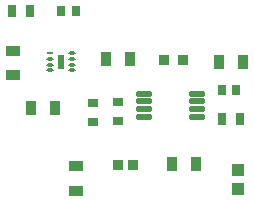
<source format=gbr>
G04*
G04 #@! TF.GenerationSoftware,Altium Limited,Altium Designer,25.3.3 (18)*
G04*
G04 Layer_Color=8421504*
%FSLAX44Y44*%
%MOMM*%
G71*
G04*
G04 #@! TF.SameCoordinates,BFC568DA-C1B5-42DE-8167-96A376B3F609*
G04*
G04*
G04 #@! TF.FilePolarity,Positive*
G04*
G01*
G75*
%ADD14R,0.5458X1.2458*%
%ADD15R,0.8549X0.9062*%
%ADD16R,0.9562X1.2062*%
%ADD17R,1.2062X0.9562*%
%ADD18R,0.9300X0.7900*%
%ADD19R,0.7500X1.0000*%
G04:AMPARAMS|DCode=20|XSize=0.45mm|YSize=1.35mm|CornerRadius=0.0495mm|HoleSize=0mm|Usage=FLASHONLY|Rotation=90.000|XOffset=0mm|YOffset=0mm|HoleType=Round|Shape=RoundedRectangle|*
%AMROUNDEDRECTD20*
21,1,0.4500,1.2510,0,0,90.0*
21,1,0.3510,1.3500,0,0,90.0*
1,1,0.0990,0.6255,0.1755*
1,1,0.0990,0.6255,-0.1755*
1,1,0.0990,-0.6255,-0.1755*
1,1,0.0990,-0.6255,0.1755*
%
%ADD20ROUNDEDRECTD20*%
%ADD21R,0.8587X0.9121*%
%ADD22R,0.6061X0.2568*%
G04:AMPARAMS|DCode=23|XSize=0.6061mm|YSize=0.2568mm|CornerRadius=0.1284mm|HoleSize=0mm|Usage=FLASHONLY|Rotation=0.000|XOffset=0mm|YOffset=0mm|HoleType=Round|Shape=RoundedRectangle|*
%AMROUNDEDRECTD23*
21,1,0.6061,0.0000,0,0,0.0*
21,1,0.3492,0.2568,0,0,0.0*
1,1,0.2568,0.1746,0.0000*
1,1,0.2568,-0.1746,0.0000*
1,1,0.2568,-0.1746,0.0000*
1,1,0.2568,0.1746,0.0000*
%
%ADD23ROUNDEDRECTD23*%
%ADD24R,0.7000X0.8500*%
%ADD25R,1.0621X1.1350*%
%ADD26R,0.7587X0.8121*%
D14*
X485141Y1153157D02*
D03*
D15*
X546100Y1065530D02*
D03*
X533587D02*
D03*
D16*
X579030Y1066800D02*
D03*
X599530D02*
D03*
X523060Y1155700D02*
D03*
X543560D02*
D03*
X459740Y1113790D02*
D03*
X480240D02*
D03*
X638900Y1153160D02*
D03*
X618400D02*
D03*
D17*
X444500Y1141730D02*
D03*
Y1162230D02*
D03*
X497840Y1043940D02*
D03*
Y1064440D02*
D03*
D18*
X533400Y1118870D02*
D03*
Y1102470D02*
D03*
X511810Y1118180D02*
D03*
Y1101780D02*
D03*
D19*
X621150Y1104899D02*
D03*
X636151D02*
D03*
X458349Y1196340D02*
D03*
X443349D02*
D03*
D20*
X600100Y1106581D02*
D03*
Y1113081D02*
D03*
Y1119581D02*
D03*
X555600Y1106581D02*
D03*
Y1113081D02*
D03*
Y1119581D02*
D03*
Y1126081D02*
D03*
X600100D02*
D03*
D21*
X588010Y1154430D02*
D03*
X572476D02*
D03*
D22*
X475611Y1160660D02*
D03*
D23*
Y1155660D02*
D03*
Y1150660D02*
D03*
Y1145660D02*
D03*
X494672D02*
D03*
Y1150660D02*
D03*
Y1155660D02*
D03*
Y1160660D02*
D03*
D24*
X621631Y1129030D02*
D03*
X633131D02*
D03*
D25*
X635000Y1045210D02*
D03*
Y1061518D02*
D03*
D26*
X485306Y1196340D02*
D03*
X497840D02*
D03*
M02*

</source>
